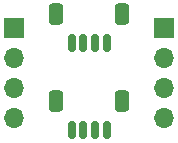
<source format=gbr>
%TF.GenerationSoftware,KiCad,Pcbnew,(6.0.7)*%
%TF.CreationDate,2023-02-25T22:11:09-06:00*%
%TF.ProjectId,4PinJstShBreakout,3450696e-4a73-4745-9368-427265616b6f,rev?*%
%TF.SameCoordinates,Original*%
%TF.FileFunction,Soldermask,Top*%
%TF.FilePolarity,Negative*%
%FSLAX46Y46*%
G04 Gerber Fmt 4.6, Leading zero omitted, Abs format (unit mm)*
G04 Created by KiCad (PCBNEW (6.0.7)) date 2023-02-25 22:11:09*
%MOMM*%
%LPD*%
G01*
G04 APERTURE LIST*
G04 Aperture macros list*
%AMRoundRect*
0 Rectangle with rounded corners*
0 $1 Rounding radius*
0 $2 $3 $4 $5 $6 $7 $8 $9 X,Y pos of 4 corners*
0 Add a 4 corners polygon primitive as box body*
4,1,4,$2,$3,$4,$5,$6,$7,$8,$9,$2,$3,0*
0 Add four circle primitives for the rounded corners*
1,1,$1+$1,$2,$3*
1,1,$1+$1,$4,$5*
1,1,$1+$1,$6,$7*
1,1,$1+$1,$8,$9*
0 Add four rect primitives between the rounded corners*
20,1,$1+$1,$2,$3,$4,$5,0*
20,1,$1+$1,$4,$5,$6,$7,0*
20,1,$1+$1,$6,$7,$8,$9,0*
20,1,$1+$1,$8,$9,$2,$3,0*%
G04 Aperture macros list end*
%ADD10R,1.700000X1.700000*%
%ADD11O,1.700000X1.700000*%
%ADD12RoundRect,0.150000X-0.150000X-0.625000X0.150000X-0.625000X0.150000X0.625000X-0.150000X0.625000X0*%
%ADD13RoundRect,0.250000X-0.350000X-0.650000X0.350000X-0.650000X0.350000X0.650000X-0.350000X0.650000X0*%
G04 APERTURE END LIST*
D10*
%TO.C,J2*%
X144780000Y-88900000D03*
D11*
X144780000Y-91440000D03*
X144780000Y-93980000D03*
X144780000Y-96520000D03*
%TD*%
D10*
%TO.C,J4*%
X157480000Y-88900000D03*
D11*
X157480000Y-91440000D03*
X157480000Y-93980000D03*
X157480000Y-96520000D03*
%TD*%
D12*
%TO.C,J1*%
X149630000Y-90225000D03*
X150630000Y-90225000D03*
X151630000Y-90225000D03*
X152630000Y-90225000D03*
D13*
X153930000Y-87700000D03*
X148330000Y-87700000D03*
%TD*%
D12*
%TO.C,J3*%
X149630000Y-97591000D03*
X150630000Y-97591000D03*
X151630000Y-97591000D03*
X152630000Y-97591000D03*
D13*
X153930000Y-95066000D03*
X148330000Y-95066000D03*
%TD*%
M02*

</source>
